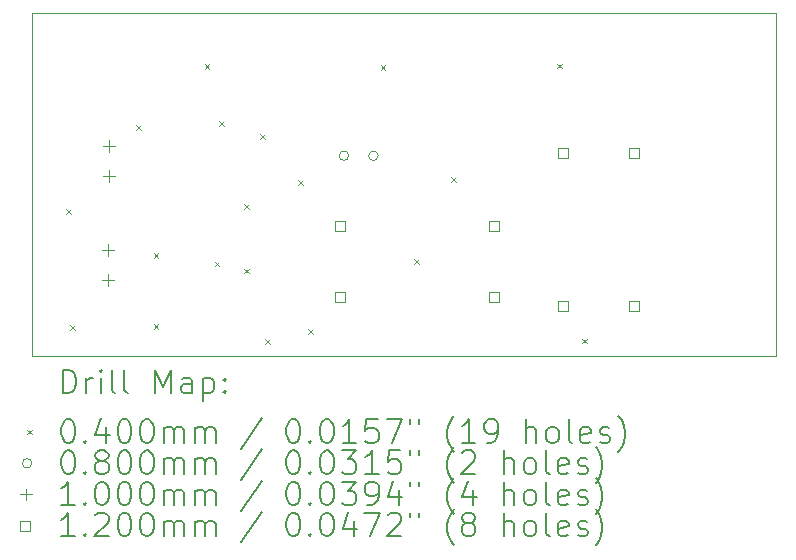
<source format=gbr>
%TF.GenerationSoftware,KiCad,Pcbnew,7.0.10*%
%TF.CreationDate,2024-11-24T13:25:58-08:00*%
%TF.ProjectId,LoopAntennaPreamp,4c6f6f70-416e-4746-956e-6e6150726561,rev?*%
%TF.SameCoordinates,Original*%
%TF.FileFunction,Drillmap*%
%TF.FilePolarity,Positive*%
%FSLAX45Y45*%
G04 Gerber Fmt 4.5, Leading zero omitted, Abs format (unit mm)*
G04 Created by KiCad (PCBNEW 7.0.10) date 2024-11-24 13:25:58*
%MOMM*%
%LPD*%
G01*
G04 APERTURE LIST*
%ADD10C,0.100000*%
%ADD11C,0.200000*%
%ADD12C,0.120000*%
G04 APERTURE END LIST*
D10*
X8759000Y-10578000D02*
X15059000Y-10578000D01*
X15059000Y-13478000D01*
X8759000Y-13478000D01*
X8759000Y-10578000D01*
D11*
D10*
X9044000Y-12235000D02*
X9084000Y-12275000D01*
X9084000Y-12235000D02*
X9044000Y-12275000D01*
X9076000Y-13216000D02*
X9116000Y-13256000D01*
X9116000Y-13216000D02*
X9076000Y-13256000D01*
X9635000Y-11521000D02*
X9675000Y-11561000D01*
X9675000Y-11521000D02*
X9635000Y-11561000D01*
X9787000Y-12610000D02*
X9827000Y-12650000D01*
X9827000Y-12610000D02*
X9787000Y-12650000D01*
X9787000Y-13210000D02*
X9827000Y-13250000D01*
X9827000Y-13210000D02*
X9787000Y-13250000D01*
X10217000Y-11007000D02*
X10257000Y-11047000D01*
X10257000Y-11007000D02*
X10217000Y-11047000D01*
X10302000Y-12679000D02*
X10342000Y-12719000D01*
X10342000Y-12679000D02*
X10302000Y-12719000D01*
X10340000Y-11487000D02*
X10380000Y-11527000D01*
X10380000Y-11487000D02*
X10340000Y-11527000D01*
X10552000Y-12740000D02*
X10592000Y-12780000D01*
X10592000Y-12740000D02*
X10552000Y-12780000D01*
X10554000Y-12190000D02*
X10594000Y-12230000D01*
X10594000Y-12190000D02*
X10554000Y-12230000D01*
X10687000Y-11600000D02*
X10727000Y-11640000D01*
X10727000Y-11600000D02*
X10687000Y-11640000D01*
X10732000Y-13333000D02*
X10772000Y-13373000D01*
X10772000Y-13333000D02*
X10732000Y-13373000D01*
X11012000Y-11987000D02*
X11052000Y-12027000D01*
X11052000Y-11987000D02*
X11012000Y-12027000D01*
X11094000Y-13252000D02*
X11134000Y-13292000D01*
X11134000Y-13252000D02*
X11094000Y-13292000D01*
X11708000Y-11018000D02*
X11748000Y-11058000D01*
X11748000Y-11018000D02*
X11708000Y-11058000D01*
X11994000Y-12660000D02*
X12034000Y-12700000D01*
X12034000Y-12660000D02*
X11994000Y-12700000D01*
X12303000Y-11964000D02*
X12343000Y-12004000D01*
X12343000Y-11964000D02*
X12303000Y-12004000D01*
X13204000Y-11003000D02*
X13244000Y-11043000D01*
X13244000Y-11003000D02*
X13204000Y-11043000D01*
X13415000Y-13332000D02*
X13455000Y-13372000D01*
X13455000Y-13332000D02*
X13415000Y-13372000D01*
X11436489Y-11783000D02*
G75*
G03*
X11356489Y-11783000I-40000J0D01*
G01*
X11356489Y-11783000D02*
G75*
G03*
X11436489Y-11783000I40000J0D01*
G01*
X11686489Y-11783000D02*
G75*
G03*
X11606489Y-11783000I-40000J0D01*
G01*
X11606489Y-11783000D02*
G75*
G03*
X11686489Y-11783000I40000J0D01*
G01*
X9398000Y-12528000D02*
X9398000Y-12628000D01*
X9348000Y-12578000D02*
X9448000Y-12578000D01*
X9398000Y-12782000D02*
X9398000Y-12882000D01*
X9348000Y-12832000D02*
X9448000Y-12832000D01*
X9406000Y-11652500D02*
X9406000Y-11752500D01*
X9356000Y-11702500D02*
X9456000Y-11702500D01*
X9406000Y-11906500D02*
X9406000Y-12006500D01*
X9356000Y-11956500D02*
X9456000Y-11956500D01*
D12*
X11406427Y-12422427D02*
X11406427Y-12337573D01*
X11321573Y-12337573D01*
X11321573Y-12422427D01*
X11406427Y-12422427D01*
X11406427Y-13022427D02*
X11406427Y-12937573D01*
X11321573Y-12937573D01*
X11321573Y-13022427D01*
X11406427Y-13022427D01*
X12706427Y-12422427D02*
X12706427Y-12337573D01*
X12621573Y-12337573D01*
X12621573Y-12422427D01*
X12706427Y-12422427D01*
X12706427Y-13022427D02*
X12706427Y-12937573D01*
X12621573Y-12937573D01*
X12621573Y-13022427D01*
X12706427Y-13022427D01*
X13293427Y-11801427D02*
X13293427Y-11716573D01*
X13208573Y-11716573D01*
X13208573Y-11801427D01*
X13293427Y-11801427D01*
X13293427Y-13101427D02*
X13293427Y-13016573D01*
X13208573Y-13016573D01*
X13208573Y-13101427D01*
X13293427Y-13101427D01*
X13893427Y-11801427D02*
X13893427Y-11716573D01*
X13808573Y-11716573D01*
X13808573Y-11801427D01*
X13893427Y-11801427D01*
X13893427Y-13101427D02*
X13893427Y-13016573D01*
X13808573Y-13016573D01*
X13808573Y-13101427D01*
X13893427Y-13101427D01*
D11*
X9014777Y-13794484D02*
X9014777Y-13594484D01*
X9014777Y-13594484D02*
X9062396Y-13594484D01*
X9062396Y-13594484D02*
X9090967Y-13604008D01*
X9090967Y-13604008D02*
X9110015Y-13623055D01*
X9110015Y-13623055D02*
X9119539Y-13642103D01*
X9119539Y-13642103D02*
X9129063Y-13680198D01*
X9129063Y-13680198D02*
X9129063Y-13708769D01*
X9129063Y-13708769D02*
X9119539Y-13746865D01*
X9119539Y-13746865D02*
X9110015Y-13765912D01*
X9110015Y-13765912D02*
X9090967Y-13784960D01*
X9090967Y-13784960D02*
X9062396Y-13794484D01*
X9062396Y-13794484D02*
X9014777Y-13794484D01*
X9214777Y-13794484D02*
X9214777Y-13661150D01*
X9214777Y-13699246D02*
X9224301Y-13680198D01*
X9224301Y-13680198D02*
X9233824Y-13670674D01*
X9233824Y-13670674D02*
X9252872Y-13661150D01*
X9252872Y-13661150D02*
X9271920Y-13661150D01*
X9338586Y-13794484D02*
X9338586Y-13661150D01*
X9338586Y-13594484D02*
X9329063Y-13604008D01*
X9329063Y-13604008D02*
X9338586Y-13613531D01*
X9338586Y-13613531D02*
X9348110Y-13604008D01*
X9348110Y-13604008D02*
X9338586Y-13594484D01*
X9338586Y-13594484D02*
X9338586Y-13613531D01*
X9462396Y-13794484D02*
X9443348Y-13784960D01*
X9443348Y-13784960D02*
X9433824Y-13765912D01*
X9433824Y-13765912D02*
X9433824Y-13594484D01*
X9567158Y-13794484D02*
X9548110Y-13784960D01*
X9548110Y-13784960D02*
X9538586Y-13765912D01*
X9538586Y-13765912D02*
X9538586Y-13594484D01*
X9795729Y-13794484D02*
X9795729Y-13594484D01*
X9795729Y-13594484D02*
X9862396Y-13737341D01*
X9862396Y-13737341D02*
X9929063Y-13594484D01*
X9929063Y-13594484D02*
X9929063Y-13794484D01*
X10110015Y-13794484D02*
X10110015Y-13689722D01*
X10110015Y-13689722D02*
X10100491Y-13670674D01*
X10100491Y-13670674D02*
X10081444Y-13661150D01*
X10081444Y-13661150D02*
X10043348Y-13661150D01*
X10043348Y-13661150D02*
X10024301Y-13670674D01*
X10110015Y-13784960D02*
X10090967Y-13794484D01*
X10090967Y-13794484D02*
X10043348Y-13794484D01*
X10043348Y-13794484D02*
X10024301Y-13784960D01*
X10024301Y-13784960D02*
X10014777Y-13765912D01*
X10014777Y-13765912D02*
X10014777Y-13746865D01*
X10014777Y-13746865D02*
X10024301Y-13727817D01*
X10024301Y-13727817D02*
X10043348Y-13718293D01*
X10043348Y-13718293D02*
X10090967Y-13718293D01*
X10090967Y-13718293D02*
X10110015Y-13708769D01*
X10205253Y-13661150D02*
X10205253Y-13861150D01*
X10205253Y-13670674D02*
X10224301Y-13661150D01*
X10224301Y-13661150D02*
X10262396Y-13661150D01*
X10262396Y-13661150D02*
X10281444Y-13670674D01*
X10281444Y-13670674D02*
X10290967Y-13680198D01*
X10290967Y-13680198D02*
X10300491Y-13699246D01*
X10300491Y-13699246D02*
X10300491Y-13756388D01*
X10300491Y-13756388D02*
X10290967Y-13775436D01*
X10290967Y-13775436D02*
X10281444Y-13784960D01*
X10281444Y-13784960D02*
X10262396Y-13794484D01*
X10262396Y-13794484D02*
X10224301Y-13794484D01*
X10224301Y-13794484D02*
X10205253Y-13784960D01*
X10386205Y-13775436D02*
X10395729Y-13784960D01*
X10395729Y-13784960D02*
X10386205Y-13794484D01*
X10386205Y-13794484D02*
X10376682Y-13784960D01*
X10376682Y-13784960D02*
X10386205Y-13775436D01*
X10386205Y-13775436D02*
X10386205Y-13794484D01*
X10386205Y-13670674D02*
X10395729Y-13680198D01*
X10395729Y-13680198D02*
X10386205Y-13689722D01*
X10386205Y-13689722D02*
X10376682Y-13680198D01*
X10376682Y-13680198D02*
X10386205Y-13670674D01*
X10386205Y-13670674D02*
X10386205Y-13689722D01*
D10*
X8714000Y-14103000D02*
X8754000Y-14143000D01*
X8754000Y-14103000D02*
X8714000Y-14143000D01*
D11*
X9052872Y-14014484D02*
X9071920Y-14014484D01*
X9071920Y-14014484D02*
X9090967Y-14024008D01*
X9090967Y-14024008D02*
X9100491Y-14033531D01*
X9100491Y-14033531D02*
X9110015Y-14052579D01*
X9110015Y-14052579D02*
X9119539Y-14090674D01*
X9119539Y-14090674D02*
X9119539Y-14138293D01*
X9119539Y-14138293D02*
X9110015Y-14176388D01*
X9110015Y-14176388D02*
X9100491Y-14195436D01*
X9100491Y-14195436D02*
X9090967Y-14204960D01*
X9090967Y-14204960D02*
X9071920Y-14214484D01*
X9071920Y-14214484D02*
X9052872Y-14214484D01*
X9052872Y-14214484D02*
X9033824Y-14204960D01*
X9033824Y-14204960D02*
X9024301Y-14195436D01*
X9024301Y-14195436D02*
X9014777Y-14176388D01*
X9014777Y-14176388D02*
X9005253Y-14138293D01*
X9005253Y-14138293D02*
X9005253Y-14090674D01*
X9005253Y-14090674D02*
X9014777Y-14052579D01*
X9014777Y-14052579D02*
X9024301Y-14033531D01*
X9024301Y-14033531D02*
X9033824Y-14024008D01*
X9033824Y-14024008D02*
X9052872Y-14014484D01*
X9205253Y-14195436D02*
X9214777Y-14204960D01*
X9214777Y-14204960D02*
X9205253Y-14214484D01*
X9205253Y-14214484D02*
X9195729Y-14204960D01*
X9195729Y-14204960D02*
X9205253Y-14195436D01*
X9205253Y-14195436D02*
X9205253Y-14214484D01*
X9386205Y-14081150D02*
X9386205Y-14214484D01*
X9338586Y-14004960D02*
X9290967Y-14147817D01*
X9290967Y-14147817D02*
X9414777Y-14147817D01*
X9529063Y-14014484D02*
X9548110Y-14014484D01*
X9548110Y-14014484D02*
X9567158Y-14024008D01*
X9567158Y-14024008D02*
X9576682Y-14033531D01*
X9576682Y-14033531D02*
X9586205Y-14052579D01*
X9586205Y-14052579D02*
X9595729Y-14090674D01*
X9595729Y-14090674D02*
X9595729Y-14138293D01*
X9595729Y-14138293D02*
X9586205Y-14176388D01*
X9586205Y-14176388D02*
X9576682Y-14195436D01*
X9576682Y-14195436D02*
X9567158Y-14204960D01*
X9567158Y-14204960D02*
X9548110Y-14214484D01*
X9548110Y-14214484D02*
X9529063Y-14214484D01*
X9529063Y-14214484D02*
X9510015Y-14204960D01*
X9510015Y-14204960D02*
X9500491Y-14195436D01*
X9500491Y-14195436D02*
X9490967Y-14176388D01*
X9490967Y-14176388D02*
X9481444Y-14138293D01*
X9481444Y-14138293D02*
X9481444Y-14090674D01*
X9481444Y-14090674D02*
X9490967Y-14052579D01*
X9490967Y-14052579D02*
X9500491Y-14033531D01*
X9500491Y-14033531D02*
X9510015Y-14024008D01*
X9510015Y-14024008D02*
X9529063Y-14014484D01*
X9719539Y-14014484D02*
X9738586Y-14014484D01*
X9738586Y-14014484D02*
X9757634Y-14024008D01*
X9757634Y-14024008D02*
X9767158Y-14033531D01*
X9767158Y-14033531D02*
X9776682Y-14052579D01*
X9776682Y-14052579D02*
X9786205Y-14090674D01*
X9786205Y-14090674D02*
X9786205Y-14138293D01*
X9786205Y-14138293D02*
X9776682Y-14176388D01*
X9776682Y-14176388D02*
X9767158Y-14195436D01*
X9767158Y-14195436D02*
X9757634Y-14204960D01*
X9757634Y-14204960D02*
X9738586Y-14214484D01*
X9738586Y-14214484D02*
X9719539Y-14214484D01*
X9719539Y-14214484D02*
X9700491Y-14204960D01*
X9700491Y-14204960D02*
X9690967Y-14195436D01*
X9690967Y-14195436D02*
X9681444Y-14176388D01*
X9681444Y-14176388D02*
X9671920Y-14138293D01*
X9671920Y-14138293D02*
X9671920Y-14090674D01*
X9671920Y-14090674D02*
X9681444Y-14052579D01*
X9681444Y-14052579D02*
X9690967Y-14033531D01*
X9690967Y-14033531D02*
X9700491Y-14024008D01*
X9700491Y-14024008D02*
X9719539Y-14014484D01*
X9871920Y-14214484D02*
X9871920Y-14081150D01*
X9871920Y-14100198D02*
X9881444Y-14090674D01*
X9881444Y-14090674D02*
X9900491Y-14081150D01*
X9900491Y-14081150D02*
X9929063Y-14081150D01*
X9929063Y-14081150D02*
X9948110Y-14090674D01*
X9948110Y-14090674D02*
X9957634Y-14109722D01*
X9957634Y-14109722D02*
X9957634Y-14214484D01*
X9957634Y-14109722D02*
X9967158Y-14090674D01*
X9967158Y-14090674D02*
X9986205Y-14081150D01*
X9986205Y-14081150D02*
X10014777Y-14081150D01*
X10014777Y-14081150D02*
X10033825Y-14090674D01*
X10033825Y-14090674D02*
X10043348Y-14109722D01*
X10043348Y-14109722D02*
X10043348Y-14214484D01*
X10138586Y-14214484D02*
X10138586Y-14081150D01*
X10138586Y-14100198D02*
X10148110Y-14090674D01*
X10148110Y-14090674D02*
X10167158Y-14081150D01*
X10167158Y-14081150D02*
X10195729Y-14081150D01*
X10195729Y-14081150D02*
X10214777Y-14090674D01*
X10214777Y-14090674D02*
X10224301Y-14109722D01*
X10224301Y-14109722D02*
X10224301Y-14214484D01*
X10224301Y-14109722D02*
X10233825Y-14090674D01*
X10233825Y-14090674D02*
X10252872Y-14081150D01*
X10252872Y-14081150D02*
X10281444Y-14081150D01*
X10281444Y-14081150D02*
X10300491Y-14090674D01*
X10300491Y-14090674D02*
X10310015Y-14109722D01*
X10310015Y-14109722D02*
X10310015Y-14214484D01*
X10700491Y-14004960D02*
X10529063Y-14262103D01*
X10957634Y-14014484D02*
X10976682Y-14014484D01*
X10976682Y-14014484D02*
X10995729Y-14024008D01*
X10995729Y-14024008D02*
X11005253Y-14033531D01*
X11005253Y-14033531D02*
X11014777Y-14052579D01*
X11014777Y-14052579D02*
X11024301Y-14090674D01*
X11024301Y-14090674D02*
X11024301Y-14138293D01*
X11024301Y-14138293D02*
X11014777Y-14176388D01*
X11014777Y-14176388D02*
X11005253Y-14195436D01*
X11005253Y-14195436D02*
X10995729Y-14204960D01*
X10995729Y-14204960D02*
X10976682Y-14214484D01*
X10976682Y-14214484D02*
X10957634Y-14214484D01*
X10957634Y-14214484D02*
X10938587Y-14204960D01*
X10938587Y-14204960D02*
X10929063Y-14195436D01*
X10929063Y-14195436D02*
X10919539Y-14176388D01*
X10919539Y-14176388D02*
X10910015Y-14138293D01*
X10910015Y-14138293D02*
X10910015Y-14090674D01*
X10910015Y-14090674D02*
X10919539Y-14052579D01*
X10919539Y-14052579D02*
X10929063Y-14033531D01*
X10929063Y-14033531D02*
X10938587Y-14024008D01*
X10938587Y-14024008D02*
X10957634Y-14014484D01*
X11110015Y-14195436D02*
X11119539Y-14204960D01*
X11119539Y-14204960D02*
X11110015Y-14214484D01*
X11110015Y-14214484D02*
X11100491Y-14204960D01*
X11100491Y-14204960D02*
X11110015Y-14195436D01*
X11110015Y-14195436D02*
X11110015Y-14214484D01*
X11243348Y-14014484D02*
X11262396Y-14014484D01*
X11262396Y-14014484D02*
X11281444Y-14024008D01*
X11281444Y-14024008D02*
X11290967Y-14033531D01*
X11290967Y-14033531D02*
X11300491Y-14052579D01*
X11300491Y-14052579D02*
X11310015Y-14090674D01*
X11310015Y-14090674D02*
X11310015Y-14138293D01*
X11310015Y-14138293D02*
X11300491Y-14176388D01*
X11300491Y-14176388D02*
X11290967Y-14195436D01*
X11290967Y-14195436D02*
X11281444Y-14204960D01*
X11281444Y-14204960D02*
X11262396Y-14214484D01*
X11262396Y-14214484D02*
X11243348Y-14214484D01*
X11243348Y-14214484D02*
X11224301Y-14204960D01*
X11224301Y-14204960D02*
X11214777Y-14195436D01*
X11214777Y-14195436D02*
X11205253Y-14176388D01*
X11205253Y-14176388D02*
X11195729Y-14138293D01*
X11195729Y-14138293D02*
X11195729Y-14090674D01*
X11195729Y-14090674D02*
X11205253Y-14052579D01*
X11205253Y-14052579D02*
X11214777Y-14033531D01*
X11214777Y-14033531D02*
X11224301Y-14024008D01*
X11224301Y-14024008D02*
X11243348Y-14014484D01*
X11500491Y-14214484D02*
X11386206Y-14214484D01*
X11443348Y-14214484D02*
X11443348Y-14014484D01*
X11443348Y-14014484D02*
X11424301Y-14043055D01*
X11424301Y-14043055D02*
X11405253Y-14062103D01*
X11405253Y-14062103D02*
X11386206Y-14071627D01*
X11681444Y-14014484D02*
X11586206Y-14014484D01*
X11586206Y-14014484D02*
X11576682Y-14109722D01*
X11576682Y-14109722D02*
X11586206Y-14100198D01*
X11586206Y-14100198D02*
X11605253Y-14090674D01*
X11605253Y-14090674D02*
X11652872Y-14090674D01*
X11652872Y-14090674D02*
X11671920Y-14100198D01*
X11671920Y-14100198D02*
X11681444Y-14109722D01*
X11681444Y-14109722D02*
X11690967Y-14128769D01*
X11690967Y-14128769D02*
X11690967Y-14176388D01*
X11690967Y-14176388D02*
X11681444Y-14195436D01*
X11681444Y-14195436D02*
X11671920Y-14204960D01*
X11671920Y-14204960D02*
X11652872Y-14214484D01*
X11652872Y-14214484D02*
X11605253Y-14214484D01*
X11605253Y-14214484D02*
X11586206Y-14204960D01*
X11586206Y-14204960D02*
X11576682Y-14195436D01*
X11757634Y-14014484D02*
X11890967Y-14014484D01*
X11890967Y-14014484D02*
X11805253Y-14214484D01*
X11957634Y-14014484D02*
X11957634Y-14052579D01*
X12033825Y-14014484D02*
X12033825Y-14052579D01*
X12329063Y-14290674D02*
X12319539Y-14281150D01*
X12319539Y-14281150D02*
X12300491Y-14252579D01*
X12300491Y-14252579D02*
X12290968Y-14233531D01*
X12290968Y-14233531D02*
X12281444Y-14204960D01*
X12281444Y-14204960D02*
X12271920Y-14157341D01*
X12271920Y-14157341D02*
X12271920Y-14119246D01*
X12271920Y-14119246D02*
X12281444Y-14071627D01*
X12281444Y-14071627D02*
X12290968Y-14043055D01*
X12290968Y-14043055D02*
X12300491Y-14024008D01*
X12300491Y-14024008D02*
X12319539Y-13995436D01*
X12319539Y-13995436D02*
X12329063Y-13985912D01*
X12510015Y-14214484D02*
X12395729Y-14214484D01*
X12452872Y-14214484D02*
X12452872Y-14014484D01*
X12452872Y-14014484D02*
X12433825Y-14043055D01*
X12433825Y-14043055D02*
X12414777Y-14062103D01*
X12414777Y-14062103D02*
X12395729Y-14071627D01*
X12605253Y-14214484D02*
X12643348Y-14214484D01*
X12643348Y-14214484D02*
X12662396Y-14204960D01*
X12662396Y-14204960D02*
X12671920Y-14195436D01*
X12671920Y-14195436D02*
X12690968Y-14166865D01*
X12690968Y-14166865D02*
X12700491Y-14128769D01*
X12700491Y-14128769D02*
X12700491Y-14052579D01*
X12700491Y-14052579D02*
X12690968Y-14033531D01*
X12690968Y-14033531D02*
X12681444Y-14024008D01*
X12681444Y-14024008D02*
X12662396Y-14014484D01*
X12662396Y-14014484D02*
X12624301Y-14014484D01*
X12624301Y-14014484D02*
X12605253Y-14024008D01*
X12605253Y-14024008D02*
X12595729Y-14033531D01*
X12595729Y-14033531D02*
X12586206Y-14052579D01*
X12586206Y-14052579D02*
X12586206Y-14100198D01*
X12586206Y-14100198D02*
X12595729Y-14119246D01*
X12595729Y-14119246D02*
X12605253Y-14128769D01*
X12605253Y-14128769D02*
X12624301Y-14138293D01*
X12624301Y-14138293D02*
X12662396Y-14138293D01*
X12662396Y-14138293D02*
X12681444Y-14128769D01*
X12681444Y-14128769D02*
X12690968Y-14119246D01*
X12690968Y-14119246D02*
X12700491Y-14100198D01*
X12938587Y-14214484D02*
X12938587Y-14014484D01*
X13024301Y-14214484D02*
X13024301Y-14109722D01*
X13024301Y-14109722D02*
X13014777Y-14090674D01*
X13014777Y-14090674D02*
X12995730Y-14081150D01*
X12995730Y-14081150D02*
X12967158Y-14081150D01*
X12967158Y-14081150D02*
X12948110Y-14090674D01*
X12948110Y-14090674D02*
X12938587Y-14100198D01*
X13148110Y-14214484D02*
X13129063Y-14204960D01*
X13129063Y-14204960D02*
X13119539Y-14195436D01*
X13119539Y-14195436D02*
X13110015Y-14176388D01*
X13110015Y-14176388D02*
X13110015Y-14119246D01*
X13110015Y-14119246D02*
X13119539Y-14100198D01*
X13119539Y-14100198D02*
X13129063Y-14090674D01*
X13129063Y-14090674D02*
X13148110Y-14081150D01*
X13148110Y-14081150D02*
X13176682Y-14081150D01*
X13176682Y-14081150D02*
X13195730Y-14090674D01*
X13195730Y-14090674D02*
X13205253Y-14100198D01*
X13205253Y-14100198D02*
X13214777Y-14119246D01*
X13214777Y-14119246D02*
X13214777Y-14176388D01*
X13214777Y-14176388D02*
X13205253Y-14195436D01*
X13205253Y-14195436D02*
X13195730Y-14204960D01*
X13195730Y-14204960D02*
X13176682Y-14214484D01*
X13176682Y-14214484D02*
X13148110Y-14214484D01*
X13329063Y-14214484D02*
X13310015Y-14204960D01*
X13310015Y-14204960D02*
X13300491Y-14185912D01*
X13300491Y-14185912D02*
X13300491Y-14014484D01*
X13481444Y-14204960D02*
X13462396Y-14214484D01*
X13462396Y-14214484D02*
X13424301Y-14214484D01*
X13424301Y-14214484D02*
X13405253Y-14204960D01*
X13405253Y-14204960D02*
X13395730Y-14185912D01*
X13395730Y-14185912D02*
X13395730Y-14109722D01*
X13395730Y-14109722D02*
X13405253Y-14090674D01*
X13405253Y-14090674D02*
X13424301Y-14081150D01*
X13424301Y-14081150D02*
X13462396Y-14081150D01*
X13462396Y-14081150D02*
X13481444Y-14090674D01*
X13481444Y-14090674D02*
X13490968Y-14109722D01*
X13490968Y-14109722D02*
X13490968Y-14128769D01*
X13490968Y-14128769D02*
X13395730Y-14147817D01*
X13567158Y-14204960D02*
X13586206Y-14214484D01*
X13586206Y-14214484D02*
X13624301Y-14214484D01*
X13624301Y-14214484D02*
X13643349Y-14204960D01*
X13643349Y-14204960D02*
X13652872Y-14185912D01*
X13652872Y-14185912D02*
X13652872Y-14176388D01*
X13652872Y-14176388D02*
X13643349Y-14157341D01*
X13643349Y-14157341D02*
X13624301Y-14147817D01*
X13624301Y-14147817D02*
X13595730Y-14147817D01*
X13595730Y-14147817D02*
X13576682Y-14138293D01*
X13576682Y-14138293D02*
X13567158Y-14119246D01*
X13567158Y-14119246D02*
X13567158Y-14109722D01*
X13567158Y-14109722D02*
X13576682Y-14090674D01*
X13576682Y-14090674D02*
X13595730Y-14081150D01*
X13595730Y-14081150D02*
X13624301Y-14081150D01*
X13624301Y-14081150D02*
X13643349Y-14090674D01*
X13719539Y-14290674D02*
X13729063Y-14281150D01*
X13729063Y-14281150D02*
X13748111Y-14252579D01*
X13748111Y-14252579D02*
X13757634Y-14233531D01*
X13757634Y-14233531D02*
X13767158Y-14204960D01*
X13767158Y-14204960D02*
X13776682Y-14157341D01*
X13776682Y-14157341D02*
X13776682Y-14119246D01*
X13776682Y-14119246D02*
X13767158Y-14071627D01*
X13767158Y-14071627D02*
X13757634Y-14043055D01*
X13757634Y-14043055D02*
X13748111Y-14024008D01*
X13748111Y-14024008D02*
X13729063Y-13995436D01*
X13729063Y-13995436D02*
X13719539Y-13985912D01*
D10*
X8754000Y-14387000D02*
G75*
G03*
X8674000Y-14387000I-40000J0D01*
G01*
X8674000Y-14387000D02*
G75*
G03*
X8754000Y-14387000I40000J0D01*
G01*
D11*
X9052872Y-14278484D02*
X9071920Y-14278484D01*
X9071920Y-14278484D02*
X9090967Y-14288008D01*
X9090967Y-14288008D02*
X9100491Y-14297531D01*
X9100491Y-14297531D02*
X9110015Y-14316579D01*
X9110015Y-14316579D02*
X9119539Y-14354674D01*
X9119539Y-14354674D02*
X9119539Y-14402293D01*
X9119539Y-14402293D02*
X9110015Y-14440388D01*
X9110015Y-14440388D02*
X9100491Y-14459436D01*
X9100491Y-14459436D02*
X9090967Y-14468960D01*
X9090967Y-14468960D02*
X9071920Y-14478484D01*
X9071920Y-14478484D02*
X9052872Y-14478484D01*
X9052872Y-14478484D02*
X9033824Y-14468960D01*
X9033824Y-14468960D02*
X9024301Y-14459436D01*
X9024301Y-14459436D02*
X9014777Y-14440388D01*
X9014777Y-14440388D02*
X9005253Y-14402293D01*
X9005253Y-14402293D02*
X9005253Y-14354674D01*
X9005253Y-14354674D02*
X9014777Y-14316579D01*
X9014777Y-14316579D02*
X9024301Y-14297531D01*
X9024301Y-14297531D02*
X9033824Y-14288008D01*
X9033824Y-14288008D02*
X9052872Y-14278484D01*
X9205253Y-14459436D02*
X9214777Y-14468960D01*
X9214777Y-14468960D02*
X9205253Y-14478484D01*
X9205253Y-14478484D02*
X9195729Y-14468960D01*
X9195729Y-14468960D02*
X9205253Y-14459436D01*
X9205253Y-14459436D02*
X9205253Y-14478484D01*
X9329063Y-14364198D02*
X9310015Y-14354674D01*
X9310015Y-14354674D02*
X9300491Y-14345150D01*
X9300491Y-14345150D02*
X9290967Y-14326103D01*
X9290967Y-14326103D02*
X9290967Y-14316579D01*
X9290967Y-14316579D02*
X9300491Y-14297531D01*
X9300491Y-14297531D02*
X9310015Y-14288008D01*
X9310015Y-14288008D02*
X9329063Y-14278484D01*
X9329063Y-14278484D02*
X9367158Y-14278484D01*
X9367158Y-14278484D02*
X9386205Y-14288008D01*
X9386205Y-14288008D02*
X9395729Y-14297531D01*
X9395729Y-14297531D02*
X9405253Y-14316579D01*
X9405253Y-14316579D02*
X9405253Y-14326103D01*
X9405253Y-14326103D02*
X9395729Y-14345150D01*
X9395729Y-14345150D02*
X9386205Y-14354674D01*
X9386205Y-14354674D02*
X9367158Y-14364198D01*
X9367158Y-14364198D02*
X9329063Y-14364198D01*
X9329063Y-14364198D02*
X9310015Y-14373722D01*
X9310015Y-14373722D02*
X9300491Y-14383246D01*
X9300491Y-14383246D02*
X9290967Y-14402293D01*
X9290967Y-14402293D02*
X9290967Y-14440388D01*
X9290967Y-14440388D02*
X9300491Y-14459436D01*
X9300491Y-14459436D02*
X9310015Y-14468960D01*
X9310015Y-14468960D02*
X9329063Y-14478484D01*
X9329063Y-14478484D02*
X9367158Y-14478484D01*
X9367158Y-14478484D02*
X9386205Y-14468960D01*
X9386205Y-14468960D02*
X9395729Y-14459436D01*
X9395729Y-14459436D02*
X9405253Y-14440388D01*
X9405253Y-14440388D02*
X9405253Y-14402293D01*
X9405253Y-14402293D02*
X9395729Y-14383246D01*
X9395729Y-14383246D02*
X9386205Y-14373722D01*
X9386205Y-14373722D02*
X9367158Y-14364198D01*
X9529063Y-14278484D02*
X9548110Y-14278484D01*
X9548110Y-14278484D02*
X9567158Y-14288008D01*
X9567158Y-14288008D02*
X9576682Y-14297531D01*
X9576682Y-14297531D02*
X9586205Y-14316579D01*
X9586205Y-14316579D02*
X9595729Y-14354674D01*
X9595729Y-14354674D02*
X9595729Y-14402293D01*
X9595729Y-14402293D02*
X9586205Y-14440388D01*
X9586205Y-14440388D02*
X9576682Y-14459436D01*
X9576682Y-14459436D02*
X9567158Y-14468960D01*
X9567158Y-14468960D02*
X9548110Y-14478484D01*
X9548110Y-14478484D02*
X9529063Y-14478484D01*
X9529063Y-14478484D02*
X9510015Y-14468960D01*
X9510015Y-14468960D02*
X9500491Y-14459436D01*
X9500491Y-14459436D02*
X9490967Y-14440388D01*
X9490967Y-14440388D02*
X9481444Y-14402293D01*
X9481444Y-14402293D02*
X9481444Y-14354674D01*
X9481444Y-14354674D02*
X9490967Y-14316579D01*
X9490967Y-14316579D02*
X9500491Y-14297531D01*
X9500491Y-14297531D02*
X9510015Y-14288008D01*
X9510015Y-14288008D02*
X9529063Y-14278484D01*
X9719539Y-14278484D02*
X9738586Y-14278484D01*
X9738586Y-14278484D02*
X9757634Y-14288008D01*
X9757634Y-14288008D02*
X9767158Y-14297531D01*
X9767158Y-14297531D02*
X9776682Y-14316579D01*
X9776682Y-14316579D02*
X9786205Y-14354674D01*
X9786205Y-14354674D02*
X9786205Y-14402293D01*
X9786205Y-14402293D02*
X9776682Y-14440388D01*
X9776682Y-14440388D02*
X9767158Y-14459436D01*
X9767158Y-14459436D02*
X9757634Y-14468960D01*
X9757634Y-14468960D02*
X9738586Y-14478484D01*
X9738586Y-14478484D02*
X9719539Y-14478484D01*
X9719539Y-14478484D02*
X9700491Y-14468960D01*
X9700491Y-14468960D02*
X9690967Y-14459436D01*
X9690967Y-14459436D02*
X9681444Y-14440388D01*
X9681444Y-14440388D02*
X9671920Y-14402293D01*
X9671920Y-14402293D02*
X9671920Y-14354674D01*
X9671920Y-14354674D02*
X9681444Y-14316579D01*
X9681444Y-14316579D02*
X9690967Y-14297531D01*
X9690967Y-14297531D02*
X9700491Y-14288008D01*
X9700491Y-14288008D02*
X9719539Y-14278484D01*
X9871920Y-14478484D02*
X9871920Y-14345150D01*
X9871920Y-14364198D02*
X9881444Y-14354674D01*
X9881444Y-14354674D02*
X9900491Y-14345150D01*
X9900491Y-14345150D02*
X9929063Y-14345150D01*
X9929063Y-14345150D02*
X9948110Y-14354674D01*
X9948110Y-14354674D02*
X9957634Y-14373722D01*
X9957634Y-14373722D02*
X9957634Y-14478484D01*
X9957634Y-14373722D02*
X9967158Y-14354674D01*
X9967158Y-14354674D02*
X9986205Y-14345150D01*
X9986205Y-14345150D02*
X10014777Y-14345150D01*
X10014777Y-14345150D02*
X10033825Y-14354674D01*
X10033825Y-14354674D02*
X10043348Y-14373722D01*
X10043348Y-14373722D02*
X10043348Y-14478484D01*
X10138586Y-14478484D02*
X10138586Y-14345150D01*
X10138586Y-14364198D02*
X10148110Y-14354674D01*
X10148110Y-14354674D02*
X10167158Y-14345150D01*
X10167158Y-14345150D02*
X10195729Y-14345150D01*
X10195729Y-14345150D02*
X10214777Y-14354674D01*
X10214777Y-14354674D02*
X10224301Y-14373722D01*
X10224301Y-14373722D02*
X10224301Y-14478484D01*
X10224301Y-14373722D02*
X10233825Y-14354674D01*
X10233825Y-14354674D02*
X10252872Y-14345150D01*
X10252872Y-14345150D02*
X10281444Y-14345150D01*
X10281444Y-14345150D02*
X10300491Y-14354674D01*
X10300491Y-14354674D02*
X10310015Y-14373722D01*
X10310015Y-14373722D02*
X10310015Y-14478484D01*
X10700491Y-14268960D02*
X10529063Y-14526103D01*
X10957634Y-14278484D02*
X10976682Y-14278484D01*
X10976682Y-14278484D02*
X10995729Y-14288008D01*
X10995729Y-14288008D02*
X11005253Y-14297531D01*
X11005253Y-14297531D02*
X11014777Y-14316579D01*
X11014777Y-14316579D02*
X11024301Y-14354674D01*
X11024301Y-14354674D02*
X11024301Y-14402293D01*
X11024301Y-14402293D02*
X11014777Y-14440388D01*
X11014777Y-14440388D02*
X11005253Y-14459436D01*
X11005253Y-14459436D02*
X10995729Y-14468960D01*
X10995729Y-14468960D02*
X10976682Y-14478484D01*
X10976682Y-14478484D02*
X10957634Y-14478484D01*
X10957634Y-14478484D02*
X10938587Y-14468960D01*
X10938587Y-14468960D02*
X10929063Y-14459436D01*
X10929063Y-14459436D02*
X10919539Y-14440388D01*
X10919539Y-14440388D02*
X10910015Y-14402293D01*
X10910015Y-14402293D02*
X10910015Y-14354674D01*
X10910015Y-14354674D02*
X10919539Y-14316579D01*
X10919539Y-14316579D02*
X10929063Y-14297531D01*
X10929063Y-14297531D02*
X10938587Y-14288008D01*
X10938587Y-14288008D02*
X10957634Y-14278484D01*
X11110015Y-14459436D02*
X11119539Y-14468960D01*
X11119539Y-14468960D02*
X11110015Y-14478484D01*
X11110015Y-14478484D02*
X11100491Y-14468960D01*
X11100491Y-14468960D02*
X11110015Y-14459436D01*
X11110015Y-14459436D02*
X11110015Y-14478484D01*
X11243348Y-14278484D02*
X11262396Y-14278484D01*
X11262396Y-14278484D02*
X11281444Y-14288008D01*
X11281444Y-14288008D02*
X11290967Y-14297531D01*
X11290967Y-14297531D02*
X11300491Y-14316579D01*
X11300491Y-14316579D02*
X11310015Y-14354674D01*
X11310015Y-14354674D02*
X11310015Y-14402293D01*
X11310015Y-14402293D02*
X11300491Y-14440388D01*
X11300491Y-14440388D02*
X11290967Y-14459436D01*
X11290967Y-14459436D02*
X11281444Y-14468960D01*
X11281444Y-14468960D02*
X11262396Y-14478484D01*
X11262396Y-14478484D02*
X11243348Y-14478484D01*
X11243348Y-14478484D02*
X11224301Y-14468960D01*
X11224301Y-14468960D02*
X11214777Y-14459436D01*
X11214777Y-14459436D02*
X11205253Y-14440388D01*
X11205253Y-14440388D02*
X11195729Y-14402293D01*
X11195729Y-14402293D02*
X11195729Y-14354674D01*
X11195729Y-14354674D02*
X11205253Y-14316579D01*
X11205253Y-14316579D02*
X11214777Y-14297531D01*
X11214777Y-14297531D02*
X11224301Y-14288008D01*
X11224301Y-14288008D02*
X11243348Y-14278484D01*
X11376682Y-14278484D02*
X11500491Y-14278484D01*
X11500491Y-14278484D02*
X11433825Y-14354674D01*
X11433825Y-14354674D02*
X11462396Y-14354674D01*
X11462396Y-14354674D02*
X11481444Y-14364198D01*
X11481444Y-14364198D02*
X11490967Y-14373722D01*
X11490967Y-14373722D02*
X11500491Y-14392769D01*
X11500491Y-14392769D02*
X11500491Y-14440388D01*
X11500491Y-14440388D02*
X11490967Y-14459436D01*
X11490967Y-14459436D02*
X11481444Y-14468960D01*
X11481444Y-14468960D02*
X11462396Y-14478484D01*
X11462396Y-14478484D02*
X11405253Y-14478484D01*
X11405253Y-14478484D02*
X11386206Y-14468960D01*
X11386206Y-14468960D02*
X11376682Y-14459436D01*
X11690967Y-14478484D02*
X11576682Y-14478484D01*
X11633825Y-14478484D02*
X11633825Y-14278484D01*
X11633825Y-14278484D02*
X11614777Y-14307055D01*
X11614777Y-14307055D02*
X11595729Y-14326103D01*
X11595729Y-14326103D02*
X11576682Y-14335627D01*
X11871920Y-14278484D02*
X11776682Y-14278484D01*
X11776682Y-14278484D02*
X11767158Y-14373722D01*
X11767158Y-14373722D02*
X11776682Y-14364198D01*
X11776682Y-14364198D02*
X11795729Y-14354674D01*
X11795729Y-14354674D02*
X11843348Y-14354674D01*
X11843348Y-14354674D02*
X11862396Y-14364198D01*
X11862396Y-14364198D02*
X11871920Y-14373722D01*
X11871920Y-14373722D02*
X11881444Y-14392769D01*
X11881444Y-14392769D02*
X11881444Y-14440388D01*
X11881444Y-14440388D02*
X11871920Y-14459436D01*
X11871920Y-14459436D02*
X11862396Y-14468960D01*
X11862396Y-14468960D02*
X11843348Y-14478484D01*
X11843348Y-14478484D02*
X11795729Y-14478484D01*
X11795729Y-14478484D02*
X11776682Y-14468960D01*
X11776682Y-14468960D02*
X11767158Y-14459436D01*
X11957634Y-14278484D02*
X11957634Y-14316579D01*
X12033825Y-14278484D02*
X12033825Y-14316579D01*
X12329063Y-14554674D02*
X12319539Y-14545150D01*
X12319539Y-14545150D02*
X12300491Y-14516579D01*
X12300491Y-14516579D02*
X12290968Y-14497531D01*
X12290968Y-14497531D02*
X12281444Y-14468960D01*
X12281444Y-14468960D02*
X12271920Y-14421341D01*
X12271920Y-14421341D02*
X12271920Y-14383246D01*
X12271920Y-14383246D02*
X12281444Y-14335627D01*
X12281444Y-14335627D02*
X12290968Y-14307055D01*
X12290968Y-14307055D02*
X12300491Y-14288008D01*
X12300491Y-14288008D02*
X12319539Y-14259436D01*
X12319539Y-14259436D02*
X12329063Y-14249912D01*
X12395729Y-14297531D02*
X12405253Y-14288008D01*
X12405253Y-14288008D02*
X12424301Y-14278484D01*
X12424301Y-14278484D02*
X12471920Y-14278484D01*
X12471920Y-14278484D02*
X12490968Y-14288008D01*
X12490968Y-14288008D02*
X12500491Y-14297531D01*
X12500491Y-14297531D02*
X12510015Y-14316579D01*
X12510015Y-14316579D02*
X12510015Y-14335627D01*
X12510015Y-14335627D02*
X12500491Y-14364198D01*
X12500491Y-14364198D02*
X12386206Y-14478484D01*
X12386206Y-14478484D02*
X12510015Y-14478484D01*
X12748110Y-14478484D02*
X12748110Y-14278484D01*
X12833825Y-14478484D02*
X12833825Y-14373722D01*
X12833825Y-14373722D02*
X12824301Y-14354674D01*
X12824301Y-14354674D02*
X12805253Y-14345150D01*
X12805253Y-14345150D02*
X12776682Y-14345150D01*
X12776682Y-14345150D02*
X12757634Y-14354674D01*
X12757634Y-14354674D02*
X12748110Y-14364198D01*
X12957634Y-14478484D02*
X12938587Y-14468960D01*
X12938587Y-14468960D02*
X12929063Y-14459436D01*
X12929063Y-14459436D02*
X12919539Y-14440388D01*
X12919539Y-14440388D02*
X12919539Y-14383246D01*
X12919539Y-14383246D02*
X12929063Y-14364198D01*
X12929063Y-14364198D02*
X12938587Y-14354674D01*
X12938587Y-14354674D02*
X12957634Y-14345150D01*
X12957634Y-14345150D02*
X12986206Y-14345150D01*
X12986206Y-14345150D02*
X13005253Y-14354674D01*
X13005253Y-14354674D02*
X13014777Y-14364198D01*
X13014777Y-14364198D02*
X13024301Y-14383246D01*
X13024301Y-14383246D02*
X13024301Y-14440388D01*
X13024301Y-14440388D02*
X13014777Y-14459436D01*
X13014777Y-14459436D02*
X13005253Y-14468960D01*
X13005253Y-14468960D02*
X12986206Y-14478484D01*
X12986206Y-14478484D02*
X12957634Y-14478484D01*
X13138587Y-14478484D02*
X13119539Y-14468960D01*
X13119539Y-14468960D02*
X13110015Y-14449912D01*
X13110015Y-14449912D02*
X13110015Y-14278484D01*
X13290968Y-14468960D02*
X13271920Y-14478484D01*
X13271920Y-14478484D02*
X13233825Y-14478484D01*
X13233825Y-14478484D02*
X13214777Y-14468960D01*
X13214777Y-14468960D02*
X13205253Y-14449912D01*
X13205253Y-14449912D02*
X13205253Y-14373722D01*
X13205253Y-14373722D02*
X13214777Y-14354674D01*
X13214777Y-14354674D02*
X13233825Y-14345150D01*
X13233825Y-14345150D02*
X13271920Y-14345150D01*
X13271920Y-14345150D02*
X13290968Y-14354674D01*
X13290968Y-14354674D02*
X13300491Y-14373722D01*
X13300491Y-14373722D02*
X13300491Y-14392769D01*
X13300491Y-14392769D02*
X13205253Y-14411817D01*
X13376682Y-14468960D02*
X13395730Y-14478484D01*
X13395730Y-14478484D02*
X13433825Y-14478484D01*
X13433825Y-14478484D02*
X13452872Y-14468960D01*
X13452872Y-14468960D02*
X13462396Y-14449912D01*
X13462396Y-14449912D02*
X13462396Y-14440388D01*
X13462396Y-14440388D02*
X13452872Y-14421341D01*
X13452872Y-14421341D02*
X13433825Y-14411817D01*
X13433825Y-14411817D02*
X13405253Y-14411817D01*
X13405253Y-14411817D02*
X13386206Y-14402293D01*
X13386206Y-14402293D02*
X13376682Y-14383246D01*
X13376682Y-14383246D02*
X13376682Y-14373722D01*
X13376682Y-14373722D02*
X13386206Y-14354674D01*
X13386206Y-14354674D02*
X13405253Y-14345150D01*
X13405253Y-14345150D02*
X13433825Y-14345150D01*
X13433825Y-14345150D02*
X13452872Y-14354674D01*
X13529063Y-14554674D02*
X13538587Y-14545150D01*
X13538587Y-14545150D02*
X13557634Y-14516579D01*
X13557634Y-14516579D02*
X13567158Y-14497531D01*
X13567158Y-14497531D02*
X13576682Y-14468960D01*
X13576682Y-14468960D02*
X13586206Y-14421341D01*
X13586206Y-14421341D02*
X13586206Y-14383246D01*
X13586206Y-14383246D02*
X13576682Y-14335627D01*
X13576682Y-14335627D02*
X13567158Y-14307055D01*
X13567158Y-14307055D02*
X13557634Y-14288008D01*
X13557634Y-14288008D02*
X13538587Y-14259436D01*
X13538587Y-14259436D02*
X13529063Y-14249912D01*
D10*
X8704000Y-14601000D02*
X8704000Y-14701000D01*
X8654000Y-14651000D02*
X8754000Y-14651000D01*
D11*
X9119539Y-14742484D02*
X9005253Y-14742484D01*
X9062396Y-14742484D02*
X9062396Y-14542484D01*
X9062396Y-14542484D02*
X9043348Y-14571055D01*
X9043348Y-14571055D02*
X9024301Y-14590103D01*
X9024301Y-14590103D02*
X9005253Y-14599627D01*
X9205253Y-14723436D02*
X9214777Y-14732960D01*
X9214777Y-14732960D02*
X9205253Y-14742484D01*
X9205253Y-14742484D02*
X9195729Y-14732960D01*
X9195729Y-14732960D02*
X9205253Y-14723436D01*
X9205253Y-14723436D02*
X9205253Y-14742484D01*
X9338586Y-14542484D02*
X9357634Y-14542484D01*
X9357634Y-14542484D02*
X9376682Y-14552008D01*
X9376682Y-14552008D02*
X9386205Y-14561531D01*
X9386205Y-14561531D02*
X9395729Y-14580579D01*
X9395729Y-14580579D02*
X9405253Y-14618674D01*
X9405253Y-14618674D02*
X9405253Y-14666293D01*
X9405253Y-14666293D02*
X9395729Y-14704388D01*
X9395729Y-14704388D02*
X9386205Y-14723436D01*
X9386205Y-14723436D02*
X9376682Y-14732960D01*
X9376682Y-14732960D02*
X9357634Y-14742484D01*
X9357634Y-14742484D02*
X9338586Y-14742484D01*
X9338586Y-14742484D02*
X9319539Y-14732960D01*
X9319539Y-14732960D02*
X9310015Y-14723436D01*
X9310015Y-14723436D02*
X9300491Y-14704388D01*
X9300491Y-14704388D02*
X9290967Y-14666293D01*
X9290967Y-14666293D02*
X9290967Y-14618674D01*
X9290967Y-14618674D02*
X9300491Y-14580579D01*
X9300491Y-14580579D02*
X9310015Y-14561531D01*
X9310015Y-14561531D02*
X9319539Y-14552008D01*
X9319539Y-14552008D02*
X9338586Y-14542484D01*
X9529063Y-14542484D02*
X9548110Y-14542484D01*
X9548110Y-14542484D02*
X9567158Y-14552008D01*
X9567158Y-14552008D02*
X9576682Y-14561531D01*
X9576682Y-14561531D02*
X9586205Y-14580579D01*
X9586205Y-14580579D02*
X9595729Y-14618674D01*
X9595729Y-14618674D02*
X9595729Y-14666293D01*
X9595729Y-14666293D02*
X9586205Y-14704388D01*
X9586205Y-14704388D02*
X9576682Y-14723436D01*
X9576682Y-14723436D02*
X9567158Y-14732960D01*
X9567158Y-14732960D02*
X9548110Y-14742484D01*
X9548110Y-14742484D02*
X9529063Y-14742484D01*
X9529063Y-14742484D02*
X9510015Y-14732960D01*
X9510015Y-14732960D02*
X9500491Y-14723436D01*
X9500491Y-14723436D02*
X9490967Y-14704388D01*
X9490967Y-14704388D02*
X9481444Y-14666293D01*
X9481444Y-14666293D02*
X9481444Y-14618674D01*
X9481444Y-14618674D02*
X9490967Y-14580579D01*
X9490967Y-14580579D02*
X9500491Y-14561531D01*
X9500491Y-14561531D02*
X9510015Y-14552008D01*
X9510015Y-14552008D02*
X9529063Y-14542484D01*
X9719539Y-14542484D02*
X9738586Y-14542484D01*
X9738586Y-14542484D02*
X9757634Y-14552008D01*
X9757634Y-14552008D02*
X9767158Y-14561531D01*
X9767158Y-14561531D02*
X9776682Y-14580579D01*
X9776682Y-14580579D02*
X9786205Y-14618674D01*
X9786205Y-14618674D02*
X9786205Y-14666293D01*
X9786205Y-14666293D02*
X9776682Y-14704388D01*
X9776682Y-14704388D02*
X9767158Y-14723436D01*
X9767158Y-14723436D02*
X9757634Y-14732960D01*
X9757634Y-14732960D02*
X9738586Y-14742484D01*
X9738586Y-14742484D02*
X9719539Y-14742484D01*
X9719539Y-14742484D02*
X9700491Y-14732960D01*
X9700491Y-14732960D02*
X9690967Y-14723436D01*
X9690967Y-14723436D02*
X9681444Y-14704388D01*
X9681444Y-14704388D02*
X9671920Y-14666293D01*
X9671920Y-14666293D02*
X9671920Y-14618674D01*
X9671920Y-14618674D02*
X9681444Y-14580579D01*
X9681444Y-14580579D02*
X9690967Y-14561531D01*
X9690967Y-14561531D02*
X9700491Y-14552008D01*
X9700491Y-14552008D02*
X9719539Y-14542484D01*
X9871920Y-14742484D02*
X9871920Y-14609150D01*
X9871920Y-14628198D02*
X9881444Y-14618674D01*
X9881444Y-14618674D02*
X9900491Y-14609150D01*
X9900491Y-14609150D02*
X9929063Y-14609150D01*
X9929063Y-14609150D02*
X9948110Y-14618674D01*
X9948110Y-14618674D02*
X9957634Y-14637722D01*
X9957634Y-14637722D02*
X9957634Y-14742484D01*
X9957634Y-14637722D02*
X9967158Y-14618674D01*
X9967158Y-14618674D02*
X9986205Y-14609150D01*
X9986205Y-14609150D02*
X10014777Y-14609150D01*
X10014777Y-14609150D02*
X10033825Y-14618674D01*
X10033825Y-14618674D02*
X10043348Y-14637722D01*
X10043348Y-14637722D02*
X10043348Y-14742484D01*
X10138586Y-14742484D02*
X10138586Y-14609150D01*
X10138586Y-14628198D02*
X10148110Y-14618674D01*
X10148110Y-14618674D02*
X10167158Y-14609150D01*
X10167158Y-14609150D02*
X10195729Y-14609150D01*
X10195729Y-14609150D02*
X10214777Y-14618674D01*
X10214777Y-14618674D02*
X10224301Y-14637722D01*
X10224301Y-14637722D02*
X10224301Y-14742484D01*
X10224301Y-14637722D02*
X10233825Y-14618674D01*
X10233825Y-14618674D02*
X10252872Y-14609150D01*
X10252872Y-14609150D02*
X10281444Y-14609150D01*
X10281444Y-14609150D02*
X10300491Y-14618674D01*
X10300491Y-14618674D02*
X10310015Y-14637722D01*
X10310015Y-14637722D02*
X10310015Y-14742484D01*
X10700491Y-14532960D02*
X10529063Y-14790103D01*
X10957634Y-14542484D02*
X10976682Y-14542484D01*
X10976682Y-14542484D02*
X10995729Y-14552008D01*
X10995729Y-14552008D02*
X11005253Y-14561531D01*
X11005253Y-14561531D02*
X11014777Y-14580579D01*
X11014777Y-14580579D02*
X11024301Y-14618674D01*
X11024301Y-14618674D02*
X11024301Y-14666293D01*
X11024301Y-14666293D02*
X11014777Y-14704388D01*
X11014777Y-14704388D02*
X11005253Y-14723436D01*
X11005253Y-14723436D02*
X10995729Y-14732960D01*
X10995729Y-14732960D02*
X10976682Y-14742484D01*
X10976682Y-14742484D02*
X10957634Y-14742484D01*
X10957634Y-14742484D02*
X10938587Y-14732960D01*
X10938587Y-14732960D02*
X10929063Y-14723436D01*
X10929063Y-14723436D02*
X10919539Y-14704388D01*
X10919539Y-14704388D02*
X10910015Y-14666293D01*
X10910015Y-14666293D02*
X10910015Y-14618674D01*
X10910015Y-14618674D02*
X10919539Y-14580579D01*
X10919539Y-14580579D02*
X10929063Y-14561531D01*
X10929063Y-14561531D02*
X10938587Y-14552008D01*
X10938587Y-14552008D02*
X10957634Y-14542484D01*
X11110015Y-14723436D02*
X11119539Y-14732960D01*
X11119539Y-14732960D02*
X11110015Y-14742484D01*
X11110015Y-14742484D02*
X11100491Y-14732960D01*
X11100491Y-14732960D02*
X11110015Y-14723436D01*
X11110015Y-14723436D02*
X11110015Y-14742484D01*
X11243348Y-14542484D02*
X11262396Y-14542484D01*
X11262396Y-14542484D02*
X11281444Y-14552008D01*
X11281444Y-14552008D02*
X11290967Y-14561531D01*
X11290967Y-14561531D02*
X11300491Y-14580579D01*
X11300491Y-14580579D02*
X11310015Y-14618674D01*
X11310015Y-14618674D02*
X11310015Y-14666293D01*
X11310015Y-14666293D02*
X11300491Y-14704388D01*
X11300491Y-14704388D02*
X11290967Y-14723436D01*
X11290967Y-14723436D02*
X11281444Y-14732960D01*
X11281444Y-14732960D02*
X11262396Y-14742484D01*
X11262396Y-14742484D02*
X11243348Y-14742484D01*
X11243348Y-14742484D02*
X11224301Y-14732960D01*
X11224301Y-14732960D02*
X11214777Y-14723436D01*
X11214777Y-14723436D02*
X11205253Y-14704388D01*
X11205253Y-14704388D02*
X11195729Y-14666293D01*
X11195729Y-14666293D02*
X11195729Y-14618674D01*
X11195729Y-14618674D02*
X11205253Y-14580579D01*
X11205253Y-14580579D02*
X11214777Y-14561531D01*
X11214777Y-14561531D02*
X11224301Y-14552008D01*
X11224301Y-14552008D02*
X11243348Y-14542484D01*
X11376682Y-14542484D02*
X11500491Y-14542484D01*
X11500491Y-14542484D02*
X11433825Y-14618674D01*
X11433825Y-14618674D02*
X11462396Y-14618674D01*
X11462396Y-14618674D02*
X11481444Y-14628198D01*
X11481444Y-14628198D02*
X11490967Y-14637722D01*
X11490967Y-14637722D02*
X11500491Y-14656769D01*
X11500491Y-14656769D02*
X11500491Y-14704388D01*
X11500491Y-14704388D02*
X11490967Y-14723436D01*
X11490967Y-14723436D02*
X11481444Y-14732960D01*
X11481444Y-14732960D02*
X11462396Y-14742484D01*
X11462396Y-14742484D02*
X11405253Y-14742484D01*
X11405253Y-14742484D02*
X11386206Y-14732960D01*
X11386206Y-14732960D02*
X11376682Y-14723436D01*
X11595729Y-14742484D02*
X11633825Y-14742484D01*
X11633825Y-14742484D02*
X11652872Y-14732960D01*
X11652872Y-14732960D02*
X11662396Y-14723436D01*
X11662396Y-14723436D02*
X11681444Y-14694865D01*
X11681444Y-14694865D02*
X11690967Y-14656769D01*
X11690967Y-14656769D02*
X11690967Y-14580579D01*
X11690967Y-14580579D02*
X11681444Y-14561531D01*
X11681444Y-14561531D02*
X11671920Y-14552008D01*
X11671920Y-14552008D02*
X11652872Y-14542484D01*
X11652872Y-14542484D02*
X11614777Y-14542484D01*
X11614777Y-14542484D02*
X11595729Y-14552008D01*
X11595729Y-14552008D02*
X11586206Y-14561531D01*
X11586206Y-14561531D02*
X11576682Y-14580579D01*
X11576682Y-14580579D02*
X11576682Y-14628198D01*
X11576682Y-14628198D02*
X11586206Y-14647246D01*
X11586206Y-14647246D02*
X11595729Y-14656769D01*
X11595729Y-14656769D02*
X11614777Y-14666293D01*
X11614777Y-14666293D02*
X11652872Y-14666293D01*
X11652872Y-14666293D02*
X11671920Y-14656769D01*
X11671920Y-14656769D02*
X11681444Y-14647246D01*
X11681444Y-14647246D02*
X11690967Y-14628198D01*
X11862396Y-14609150D02*
X11862396Y-14742484D01*
X11814777Y-14532960D02*
X11767158Y-14675817D01*
X11767158Y-14675817D02*
X11890967Y-14675817D01*
X11957634Y-14542484D02*
X11957634Y-14580579D01*
X12033825Y-14542484D02*
X12033825Y-14580579D01*
X12329063Y-14818674D02*
X12319539Y-14809150D01*
X12319539Y-14809150D02*
X12300491Y-14780579D01*
X12300491Y-14780579D02*
X12290968Y-14761531D01*
X12290968Y-14761531D02*
X12281444Y-14732960D01*
X12281444Y-14732960D02*
X12271920Y-14685341D01*
X12271920Y-14685341D02*
X12271920Y-14647246D01*
X12271920Y-14647246D02*
X12281444Y-14599627D01*
X12281444Y-14599627D02*
X12290968Y-14571055D01*
X12290968Y-14571055D02*
X12300491Y-14552008D01*
X12300491Y-14552008D02*
X12319539Y-14523436D01*
X12319539Y-14523436D02*
X12329063Y-14513912D01*
X12490968Y-14609150D02*
X12490968Y-14742484D01*
X12443348Y-14532960D02*
X12395729Y-14675817D01*
X12395729Y-14675817D02*
X12519539Y-14675817D01*
X12748110Y-14742484D02*
X12748110Y-14542484D01*
X12833825Y-14742484D02*
X12833825Y-14637722D01*
X12833825Y-14637722D02*
X12824301Y-14618674D01*
X12824301Y-14618674D02*
X12805253Y-14609150D01*
X12805253Y-14609150D02*
X12776682Y-14609150D01*
X12776682Y-14609150D02*
X12757634Y-14618674D01*
X12757634Y-14618674D02*
X12748110Y-14628198D01*
X12957634Y-14742484D02*
X12938587Y-14732960D01*
X12938587Y-14732960D02*
X12929063Y-14723436D01*
X12929063Y-14723436D02*
X12919539Y-14704388D01*
X12919539Y-14704388D02*
X12919539Y-14647246D01*
X12919539Y-14647246D02*
X12929063Y-14628198D01*
X12929063Y-14628198D02*
X12938587Y-14618674D01*
X12938587Y-14618674D02*
X12957634Y-14609150D01*
X12957634Y-14609150D02*
X12986206Y-14609150D01*
X12986206Y-14609150D02*
X13005253Y-14618674D01*
X13005253Y-14618674D02*
X13014777Y-14628198D01*
X13014777Y-14628198D02*
X13024301Y-14647246D01*
X13024301Y-14647246D02*
X13024301Y-14704388D01*
X13024301Y-14704388D02*
X13014777Y-14723436D01*
X13014777Y-14723436D02*
X13005253Y-14732960D01*
X13005253Y-14732960D02*
X12986206Y-14742484D01*
X12986206Y-14742484D02*
X12957634Y-14742484D01*
X13138587Y-14742484D02*
X13119539Y-14732960D01*
X13119539Y-14732960D02*
X13110015Y-14713912D01*
X13110015Y-14713912D02*
X13110015Y-14542484D01*
X13290968Y-14732960D02*
X13271920Y-14742484D01*
X13271920Y-14742484D02*
X13233825Y-14742484D01*
X13233825Y-14742484D02*
X13214777Y-14732960D01*
X13214777Y-14732960D02*
X13205253Y-14713912D01*
X13205253Y-14713912D02*
X13205253Y-14637722D01*
X13205253Y-14637722D02*
X13214777Y-14618674D01*
X13214777Y-14618674D02*
X13233825Y-14609150D01*
X13233825Y-14609150D02*
X13271920Y-14609150D01*
X13271920Y-14609150D02*
X13290968Y-14618674D01*
X13290968Y-14618674D02*
X13300491Y-14637722D01*
X13300491Y-14637722D02*
X13300491Y-14656769D01*
X13300491Y-14656769D02*
X13205253Y-14675817D01*
X13376682Y-14732960D02*
X13395730Y-14742484D01*
X13395730Y-14742484D02*
X13433825Y-14742484D01*
X13433825Y-14742484D02*
X13452872Y-14732960D01*
X13452872Y-14732960D02*
X13462396Y-14713912D01*
X13462396Y-14713912D02*
X13462396Y-14704388D01*
X13462396Y-14704388D02*
X13452872Y-14685341D01*
X13452872Y-14685341D02*
X13433825Y-14675817D01*
X13433825Y-14675817D02*
X13405253Y-14675817D01*
X13405253Y-14675817D02*
X13386206Y-14666293D01*
X13386206Y-14666293D02*
X13376682Y-14647246D01*
X13376682Y-14647246D02*
X13376682Y-14637722D01*
X13376682Y-14637722D02*
X13386206Y-14618674D01*
X13386206Y-14618674D02*
X13405253Y-14609150D01*
X13405253Y-14609150D02*
X13433825Y-14609150D01*
X13433825Y-14609150D02*
X13452872Y-14618674D01*
X13529063Y-14818674D02*
X13538587Y-14809150D01*
X13538587Y-14809150D02*
X13557634Y-14780579D01*
X13557634Y-14780579D02*
X13567158Y-14761531D01*
X13567158Y-14761531D02*
X13576682Y-14732960D01*
X13576682Y-14732960D02*
X13586206Y-14685341D01*
X13586206Y-14685341D02*
X13586206Y-14647246D01*
X13586206Y-14647246D02*
X13576682Y-14599627D01*
X13576682Y-14599627D02*
X13567158Y-14571055D01*
X13567158Y-14571055D02*
X13557634Y-14552008D01*
X13557634Y-14552008D02*
X13538587Y-14523436D01*
X13538587Y-14523436D02*
X13529063Y-14513912D01*
D12*
X8736427Y-14957427D02*
X8736427Y-14872573D01*
X8651573Y-14872573D01*
X8651573Y-14957427D01*
X8736427Y-14957427D01*
D11*
X9119539Y-15006484D02*
X9005253Y-15006484D01*
X9062396Y-15006484D02*
X9062396Y-14806484D01*
X9062396Y-14806484D02*
X9043348Y-14835055D01*
X9043348Y-14835055D02*
X9024301Y-14854103D01*
X9024301Y-14854103D02*
X9005253Y-14863627D01*
X9205253Y-14987436D02*
X9214777Y-14996960D01*
X9214777Y-14996960D02*
X9205253Y-15006484D01*
X9205253Y-15006484D02*
X9195729Y-14996960D01*
X9195729Y-14996960D02*
X9205253Y-14987436D01*
X9205253Y-14987436D02*
X9205253Y-15006484D01*
X9290967Y-14825531D02*
X9300491Y-14816008D01*
X9300491Y-14816008D02*
X9319539Y-14806484D01*
X9319539Y-14806484D02*
X9367158Y-14806484D01*
X9367158Y-14806484D02*
X9386205Y-14816008D01*
X9386205Y-14816008D02*
X9395729Y-14825531D01*
X9395729Y-14825531D02*
X9405253Y-14844579D01*
X9405253Y-14844579D02*
X9405253Y-14863627D01*
X9405253Y-14863627D02*
X9395729Y-14892198D01*
X9395729Y-14892198D02*
X9281444Y-15006484D01*
X9281444Y-15006484D02*
X9405253Y-15006484D01*
X9529063Y-14806484D02*
X9548110Y-14806484D01*
X9548110Y-14806484D02*
X9567158Y-14816008D01*
X9567158Y-14816008D02*
X9576682Y-14825531D01*
X9576682Y-14825531D02*
X9586205Y-14844579D01*
X9586205Y-14844579D02*
X9595729Y-14882674D01*
X9595729Y-14882674D02*
X9595729Y-14930293D01*
X9595729Y-14930293D02*
X9586205Y-14968388D01*
X9586205Y-14968388D02*
X9576682Y-14987436D01*
X9576682Y-14987436D02*
X9567158Y-14996960D01*
X9567158Y-14996960D02*
X9548110Y-15006484D01*
X9548110Y-15006484D02*
X9529063Y-15006484D01*
X9529063Y-15006484D02*
X9510015Y-14996960D01*
X9510015Y-14996960D02*
X9500491Y-14987436D01*
X9500491Y-14987436D02*
X9490967Y-14968388D01*
X9490967Y-14968388D02*
X9481444Y-14930293D01*
X9481444Y-14930293D02*
X9481444Y-14882674D01*
X9481444Y-14882674D02*
X9490967Y-14844579D01*
X9490967Y-14844579D02*
X9500491Y-14825531D01*
X9500491Y-14825531D02*
X9510015Y-14816008D01*
X9510015Y-14816008D02*
X9529063Y-14806484D01*
X9719539Y-14806484D02*
X9738586Y-14806484D01*
X9738586Y-14806484D02*
X9757634Y-14816008D01*
X9757634Y-14816008D02*
X9767158Y-14825531D01*
X9767158Y-14825531D02*
X9776682Y-14844579D01*
X9776682Y-14844579D02*
X9786205Y-14882674D01*
X9786205Y-14882674D02*
X9786205Y-14930293D01*
X9786205Y-14930293D02*
X9776682Y-14968388D01*
X9776682Y-14968388D02*
X9767158Y-14987436D01*
X9767158Y-14987436D02*
X9757634Y-14996960D01*
X9757634Y-14996960D02*
X9738586Y-15006484D01*
X9738586Y-15006484D02*
X9719539Y-15006484D01*
X9719539Y-15006484D02*
X9700491Y-14996960D01*
X9700491Y-14996960D02*
X9690967Y-14987436D01*
X9690967Y-14987436D02*
X9681444Y-14968388D01*
X9681444Y-14968388D02*
X9671920Y-14930293D01*
X9671920Y-14930293D02*
X9671920Y-14882674D01*
X9671920Y-14882674D02*
X9681444Y-14844579D01*
X9681444Y-14844579D02*
X9690967Y-14825531D01*
X9690967Y-14825531D02*
X9700491Y-14816008D01*
X9700491Y-14816008D02*
X9719539Y-14806484D01*
X9871920Y-15006484D02*
X9871920Y-14873150D01*
X9871920Y-14892198D02*
X9881444Y-14882674D01*
X9881444Y-14882674D02*
X9900491Y-14873150D01*
X9900491Y-14873150D02*
X9929063Y-14873150D01*
X9929063Y-14873150D02*
X9948110Y-14882674D01*
X9948110Y-14882674D02*
X9957634Y-14901722D01*
X9957634Y-14901722D02*
X9957634Y-15006484D01*
X9957634Y-14901722D02*
X9967158Y-14882674D01*
X9967158Y-14882674D02*
X9986205Y-14873150D01*
X9986205Y-14873150D02*
X10014777Y-14873150D01*
X10014777Y-14873150D02*
X10033825Y-14882674D01*
X10033825Y-14882674D02*
X10043348Y-14901722D01*
X10043348Y-14901722D02*
X10043348Y-15006484D01*
X10138586Y-15006484D02*
X10138586Y-14873150D01*
X10138586Y-14892198D02*
X10148110Y-14882674D01*
X10148110Y-14882674D02*
X10167158Y-14873150D01*
X10167158Y-14873150D02*
X10195729Y-14873150D01*
X10195729Y-14873150D02*
X10214777Y-14882674D01*
X10214777Y-14882674D02*
X10224301Y-14901722D01*
X10224301Y-14901722D02*
X10224301Y-15006484D01*
X10224301Y-14901722D02*
X10233825Y-14882674D01*
X10233825Y-14882674D02*
X10252872Y-14873150D01*
X10252872Y-14873150D02*
X10281444Y-14873150D01*
X10281444Y-14873150D02*
X10300491Y-14882674D01*
X10300491Y-14882674D02*
X10310015Y-14901722D01*
X10310015Y-14901722D02*
X10310015Y-15006484D01*
X10700491Y-14796960D02*
X10529063Y-15054103D01*
X10957634Y-14806484D02*
X10976682Y-14806484D01*
X10976682Y-14806484D02*
X10995729Y-14816008D01*
X10995729Y-14816008D02*
X11005253Y-14825531D01*
X11005253Y-14825531D02*
X11014777Y-14844579D01*
X11014777Y-14844579D02*
X11024301Y-14882674D01*
X11024301Y-14882674D02*
X11024301Y-14930293D01*
X11024301Y-14930293D02*
X11014777Y-14968388D01*
X11014777Y-14968388D02*
X11005253Y-14987436D01*
X11005253Y-14987436D02*
X10995729Y-14996960D01*
X10995729Y-14996960D02*
X10976682Y-15006484D01*
X10976682Y-15006484D02*
X10957634Y-15006484D01*
X10957634Y-15006484D02*
X10938587Y-14996960D01*
X10938587Y-14996960D02*
X10929063Y-14987436D01*
X10929063Y-14987436D02*
X10919539Y-14968388D01*
X10919539Y-14968388D02*
X10910015Y-14930293D01*
X10910015Y-14930293D02*
X10910015Y-14882674D01*
X10910015Y-14882674D02*
X10919539Y-14844579D01*
X10919539Y-14844579D02*
X10929063Y-14825531D01*
X10929063Y-14825531D02*
X10938587Y-14816008D01*
X10938587Y-14816008D02*
X10957634Y-14806484D01*
X11110015Y-14987436D02*
X11119539Y-14996960D01*
X11119539Y-14996960D02*
X11110015Y-15006484D01*
X11110015Y-15006484D02*
X11100491Y-14996960D01*
X11100491Y-14996960D02*
X11110015Y-14987436D01*
X11110015Y-14987436D02*
X11110015Y-15006484D01*
X11243348Y-14806484D02*
X11262396Y-14806484D01*
X11262396Y-14806484D02*
X11281444Y-14816008D01*
X11281444Y-14816008D02*
X11290967Y-14825531D01*
X11290967Y-14825531D02*
X11300491Y-14844579D01*
X11300491Y-14844579D02*
X11310015Y-14882674D01*
X11310015Y-14882674D02*
X11310015Y-14930293D01*
X11310015Y-14930293D02*
X11300491Y-14968388D01*
X11300491Y-14968388D02*
X11290967Y-14987436D01*
X11290967Y-14987436D02*
X11281444Y-14996960D01*
X11281444Y-14996960D02*
X11262396Y-15006484D01*
X11262396Y-15006484D02*
X11243348Y-15006484D01*
X11243348Y-15006484D02*
X11224301Y-14996960D01*
X11224301Y-14996960D02*
X11214777Y-14987436D01*
X11214777Y-14987436D02*
X11205253Y-14968388D01*
X11205253Y-14968388D02*
X11195729Y-14930293D01*
X11195729Y-14930293D02*
X11195729Y-14882674D01*
X11195729Y-14882674D02*
X11205253Y-14844579D01*
X11205253Y-14844579D02*
X11214777Y-14825531D01*
X11214777Y-14825531D02*
X11224301Y-14816008D01*
X11224301Y-14816008D02*
X11243348Y-14806484D01*
X11481444Y-14873150D02*
X11481444Y-15006484D01*
X11433825Y-14796960D02*
X11386206Y-14939817D01*
X11386206Y-14939817D02*
X11510015Y-14939817D01*
X11567158Y-14806484D02*
X11700491Y-14806484D01*
X11700491Y-14806484D02*
X11614777Y-15006484D01*
X11767158Y-14825531D02*
X11776682Y-14816008D01*
X11776682Y-14816008D02*
X11795729Y-14806484D01*
X11795729Y-14806484D02*
X11843348Y-14806484D01*
X11843348Y-14806484D02*
X11862396Y-14816008D01*
X11862396Y-14816008D02*
X11871920Y-14825531D01*
X11871920Y-14825531D02*
X11881444Y-14844579D01*
X11881444Y-14844579D02*
X11881444Y-14863627D01*
X11881444Y-14863627D02*
X11871920Y-14892198D01*
X11871920Y-14892198D02*
X11757634Y-15006484D01*
X11757634Y-15006484D02*
X11881444Y-15006484D01*
X11957634Y-14806484D02*
X11957634Y-14844579D01*
X12033825Y-14806484D02*
X12033825Y-14844579D01*
X12329063Y-15082674D02*
X12319539Y-15073150D01*
X12319539Y-15073150D02*
X12300491Y-15044579D01*
X12300491Y-15044579D02*
X12290968Y-15025531D01*
X12290968Y-15025531D02*
X12281444Y-14996960D01*
X12281444Y-14996960D02*
X12271920Y-14949341D01*
X12271920Y-14949341D02*
X12271920Y-14911246D01*
X12271920Y-14911246D02*
X12281444Y-14863627D01*
X12281444Y-14863627D02*
X12290968Y-14835055D01*
X12290968Y-14835055D02*
X12300491Y-14816008D01*
X12300491Y-14816008D02*
X12319539Y-14787436D01*
X12319539Y-14787436D02*
X12329063Y-14777912D01*
X12433825Y-14892198D02*
X12414777Y-14882674D01*
X12414777Y-14882674D02*
X12405253Y-14873150D01*
X12405253Y-14873150D02*
X12395729Y-14854103D01*
X12395729Y-14854103D02*
X12395729Y-14844579D01*
X12395729Y-14844579D02*
X12405253Y-14825531D01*
X12405253Y-14825531D02*
X12414777Y-14816008D01*
X12414777Y-14816008D02*
X12433825Y-14806484D01*
X12433825Y-14806484D02*
X12471920Y-14806484D01*
X12471920Y-14806484D02*
X12490968Y-14816008D01*
X12490968Y-14816008D02*
X12500491Y-14825531D01*
X12500491Y-14825531D02*
X12510015Y-14844579D01*
X12510015Y-14844579D02*
X12510015Y-14854103D01*
X12510015Y-14854103D02*
X12500491Y-14873150D01*
X12500491Y-14873150D02*
X12490968Y-14882674D01*
X12490968Y-14882674D02*
X12471920Y-14892198D01*
X12471920Y-14892198D02*
X12433825Y-14892198D01*
X12433825Y-14892198D02*
X12414777Y-14901722D01*
X12414777Y-14901722D02*
X12405253Y-14911246D01*
X12405253Y-14911246D02*
X12395729Y-14930293D01*
X12395729Y-14930293D02*
X12395729Y-14968388D01*
X12395729Y-14968388D02*
X12405253Y-14987436D01*
X12405253Y-14987436D02*
X12414777Y-14996960D01*
X12414777Y-14996960D02*
X12433825Y-15006484D01*
X12433825Y-15006484D02*
X12471920Y-15006484D01*
X12471920Y-15006484D02*
X12490968Y-14996960D01*
X12490968Y-14996960D02*
X12500491Y-14987436D01*
X12500491Y-14987436D02*
X12510015Y-14968388D01*
X12510015Y-14968388D02*
X12510015Y-14930293D01*
X12510015Y-14930293D02*
X12500491Y-14911246D01*
X12500491Y-14911246D02*
X12490968Y-14901722D01*
X12490968Y-14901722D02*
X12471920Y-14892198D01*
X12748110Y-15006484D02*
X12748110Y-14806484D01*
X12833825Y-15006484D02*
X12833825Y-14901722D01*
X12833825Y-14901722D02*
X12824301Y-14882674D01*
X12824301Y-14882674D02*
X12805253Y-14873150D01*
X12805253Y-14873150D02*
X12776682Y-14873150D01*
X12776682Y-14873150D02*
X12757634Y-14882674D01*
X12757634Y-14882674D02*
X12748110Y-14892198D01*
X12957634Y-15006484D02*
X12938587Y-14996960D01*
X12938587Y-14996960D02*
X12929063Y-14987436D01*
X12929063Y-14987436D02*
X12919539Y-14968388D01*
X12919539Y-14968388D02*
X12919539Y-14911246D01*
X12919539Y-14911246D02*
X12929063Y-14892198D01*
X12929063Y-14892198D02*
X12938587Y-14882674D01*
X12938587Y-14882674D02*
X12957634Y-14873150D01*
X12957634Y-14873150D02*
X12986206Y-14873150D01*
X12986206Y-14873150D02*
X13005253Y-14882674D01*
X13005253Y-14882674D02*
X13014777Y-14892198D01*
X13014777Y-14892198D02*
X13024301Y-14911246D01*
X13024301Y-14911246D02*
X13024301Y-14968388D01*
X13024301Y-14968388D02*
X13014777Y-14987436D01*
X13014777Y-14987436D02*
X13005253Y-14996960D01*
X13005253Y-14996960D02*
X12986206Y-15006484D01*
X12986206Y-15006484D02*
X12957634Y-15006484D01*
X13138587Y-15006484D02*
X13119539Y-14996960D01*
X13119539Y-14996960D02*
X13110015Y-14977912D01*
X13110015Y-14977912D02*
X13110015Y-14806484D01*
X13290968Y-14996960D02*
X13271920Y-15006484D01*
X13271920Y-15006484D02*
X13233825Y-15006484D01*
X13233825Y-15006484D02*
X13214777Y-14996960D01*
X13214777Y-14996960D02*
X13205253Y-14977912D01*
X13205253Y-14977912D02*
X13205253Y-14901722D01*
X13205253Y-14901722D02*
X13214777Y-14882674D01*
X13214777Y-14882674D02*
X13233825Y-14873150D01*
X13233825Y-14873150D02*
X13271920Y-14873150D01*
X13271920Y-14873150D02*
X13290968Y-14882674D01*
X13290968Y-14882674D02*
X13300491Y-14901722D01*
X13300491Y-14901722D02*
X13300491Y-14920769D01*
X13300491Y-14920769D02*
X13205253Y-14939817D01*
X13376682Y-14996960D02*
X13395730Y-15006484D01*
X13395730Y-15006484D02*
X13433825Y-15006484D01*
X13433825Y-15006484D02*
X13452872Y-14996960D01*
X13452872Y-14996960D02*
X13462396Y-14977912D01*
X13462396Y-14977912D02*
X13462396Y-14968388D01*
X13462396Y-14968388D02*
X13452872Y-14949341D01*
X13452872Y-14949341D02*
X13433825Y-14939817D01*
X13433825Y-14939817D02*
X13405253Y-14939817D01*
X13405253Y-14939817D02*
X13386206Y-14930293D01*
X13386206Y-14930293D02*
X13376682Y-14911246D01*
X13376682Y-14911246D02*
X13376682Y-14901722D01*
X13376682Y-14901722D02*
X13386206Y-14882674D01*
X13386206Y-14882674D02*
X13405253Y-14873150D01*
X13405253Y-14873150D02*
X13433825Y-14873150D01*
X13433825Y-14873150D02*
X13452872Y-14882674D01*
X13529063Y-15082674D02*
X13538587Y-15073150D01*
X13538587Y-15073150D02*
X13557634Y-15044579D01*
X13557634Y-15044579D02*
X13567158Y-15025531D01*
X13567158Y-15025531D02*
X13576682Y-14996960D01*
X13576682Y-14996960D02*
X13586206Y-14949341D01*
X13586206Y-14949341D02*
X13586206Y-14911246D01*
X13586206Y-14911246D02*
X13576682Y-14863627D01*
X13576682Y-14863627D02*
X13567158Y-14835055D01*
X13567158Y-14835055D02*
X13557634Y-14816008D01*
X13557634Y-14816008D02*
X13538587Y-14787436D01*
X13538587Y-14787436D02*
X13529063Y-14777912D01*
M02*

</source>
